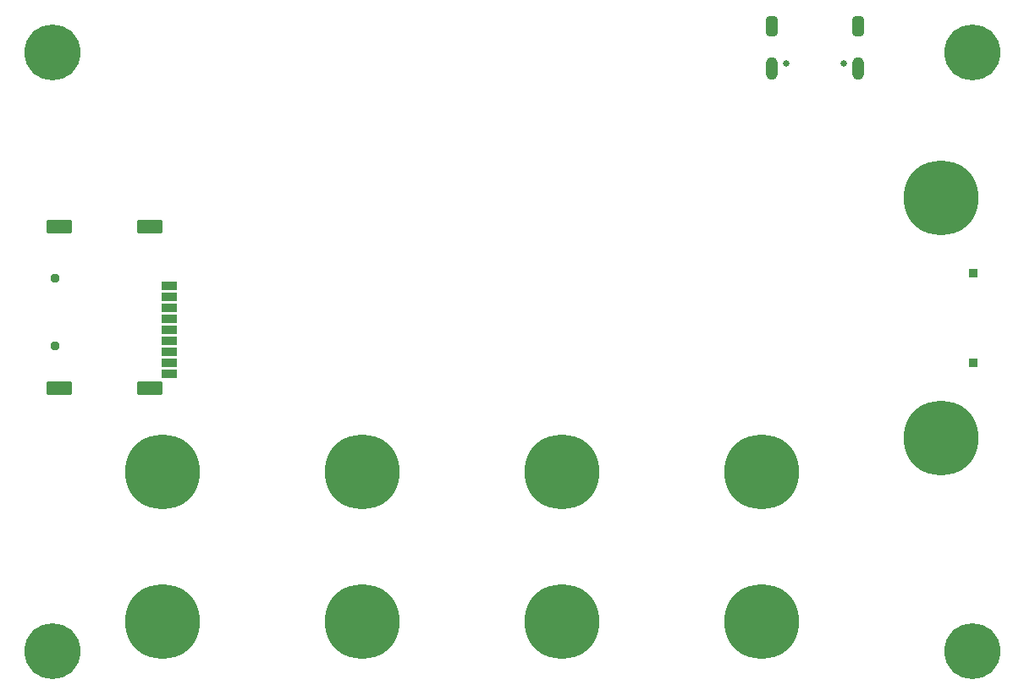
<source format=gbr>
%TF.GenerationSoftware,KiCad,Pcbnew,7.0.8*%
%TF.CreationDate,2023-11-19T15:37:25+01:00*%
%TF.ProjectId,Logger,4c6f6767-6572-42e6-9b69-6361645f7063,rev?*%
%TF.SameCoordinates,Original*%
%TF.FileFunction,Soldermask,Bot*%
%TF.FilePolarity,Negative*%
%FSLAX46Y46*%
G04 Gerber Fmt 4.6, Leading zero omitted, Abs format (unit mm)*
G04 Created by KiCad (PCBNEW 7.0.8) date 2023-11-19 15:37:25*
%MOMM*%
%LPD*%
G01*
G04 APERTURE LIST*
G04 Aperture macros list*
%AMRoundRect*
0 Rectangle with rounded corners*
0 $1 Rounding radius*
0 $2 $3 $4 $5 $6 $7 $8 $9 X,Y pos of 4 corners*
0 Add a 4 corners polygon primitive as box body*
4,1,4,$2,$3,$4,$5,$6,$7,$8,$9,$2,$3,0*
0 Add four circle primitives for the rounded corners*
1,1,$1+$1,$2,$3*
1,1,$1+$1,$4,$5*
1,1,$1+$1,$6,$7*
1,1,$1+$1,$8,$9*
0 Add four rect primitives between the rounded corners*
20,1,$1+$1,$2,$3,$4,$5,0*
20,1,$1+$1,$4,$5,$6,$7,0*
20,1,$1+$1,$6,$7,$8,$9,0*
20,1,$1+$1,$8,$9,$2,$3,0*%
G04 Aperture macros list end*
%ADD10C,5.600000*%
%ADD11C,7.500000*%
%ADD12C,0.650000*%
%ADD13O,1.204000X2.304000*%
%ADD14RoundRect,0.352000X0.250000X0.650000X-0.250000X0.650000X-0.250000X-0.650000X0.250000X-0.650000X0*%
%ADD15R,0.850000X0.850000*%
%ADD16C,0.950000*%
%ADD17RoundRect,0.102000X0.700000X-0.310000X0.700000X0.310000X-0.700000X0.310000X-0.700000X-0.310000X0*%
%ADD18RoundRect,0.102000X1.200000X-0.550000X1.200000X0.550000X-1.200000X0.550000X-1.200000X-0.550000X0*%
G04 APERTURE END LIST*
D10*
%TO.C,H1*%
X56600000Y-70700000D03*
%TD*%
D11*
%TO.C,GND3*%
X107600000Y-127700000D03*
%TD*%
%TO.C,GND1*%
X67600000Y-127700000D03*
%TD*%
%TO.C,AIN2*%
X87600000Y-112700000D03*
%TD*%
D10*
%TO.C,H3*%
X148600000Y-130700000D03*
%TD*%
D11*
%TO.C,AIN4*%
X127600000Y-112700000D03*
%TD*%
%TO.C,AIN3*%
X107600000Y-112700000D03*
%TD*%
D12*
%TO.C,J2*%
X135767500Y-71817500D03*
X129987500Y-71817500D03*
D13*
X137197500Y-72317500D03*
X128557500Y-72317500D03*
D14*
X137197500Y-68137500D03*
X128557500Y-68137500D03*
%TD*%
D11*
%TO.C,I+1*%
X145500000Y-85300000D03*
%TD*%
D10*
%TO.C,H4*%
X56600000Y-130700000D03*
%TD*%
D11*
%TO.C,I-1*%
X145500000Y-109300000D03*
%TD*%
%TO.C,GND4*%
X127600000Y-127700000D03*
%TD*%
%TO.C,AIN1*%
X67600000Y-112700000D03*
%TD*%
D15*
%TO.C,J3*%
X148700000Y-92800000D03*
%TD*%
%TO.C,J4*%
X148700000Y-101800000D03*
%TD*%
D10*
%TO.C,H2*%
X148600000Y-70700000D03*
%TD*%
D11*
%TO.C,GND2*%
X87600000Y-127700000D03*
%TD*%
D16*
%TO.C,J1*%
X56900000Y-100100000D03*
X56900000Y-93300000D03*
D17*
X68320000Y-94120000D03*
X68320000Y-95220000D03*
X68320000Y-96320000D03*
X68320000Y-97420000D03*
X68320000Y-98520000D03*
X68320000Y-99620000D03*
X68320000Y-100720000D03*
X68320000Y-101820000D03*
X68320000Y-102920000D03*
D18*
X57320000Y-104300000D03*
X66320000Y-104300000D03*
X66320000Y-88150000D03*
X57320000Y-88150000D03*
%TD*%
M02*

</source>
